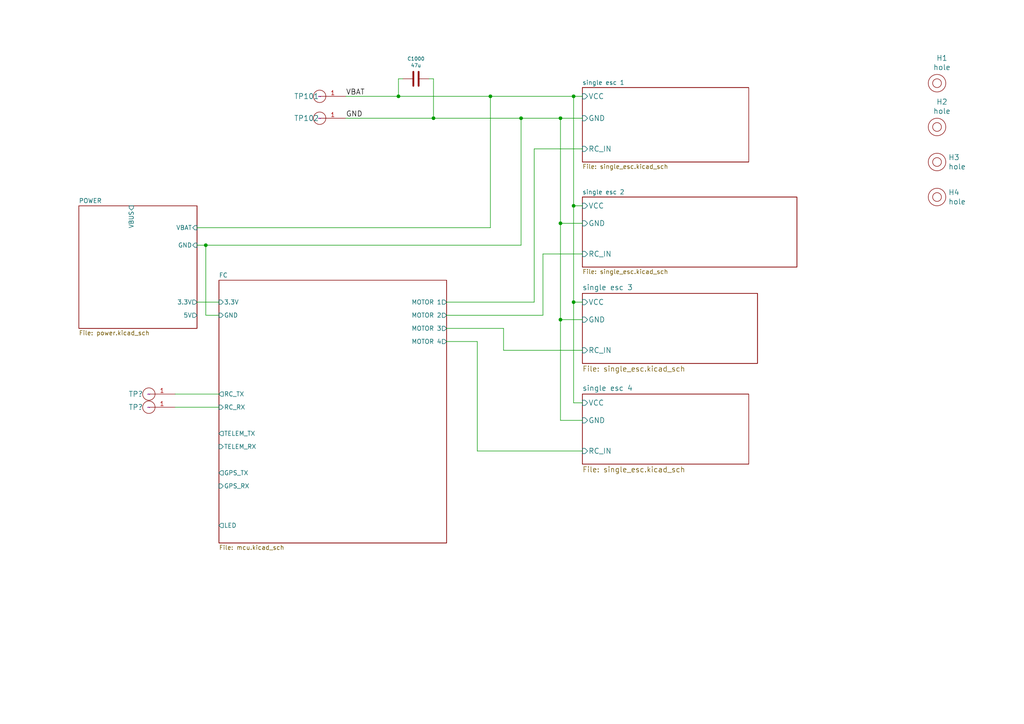
<source format=kicad_sch>
(kicad_sch (version 20211123) (generator eeschema)
  (paper "A4")
  (title_block (date "7 oct 2016"))
  (lib_symbols
    (symbol "custom:CUSTOM_C" (pin_numbers hide) (pin_names (offset 0.254))
      (property "Reference" "C" (at 0.635 2.54 0))
      (property "Value" "CUSTOM_C" (at 0.635 -2.54 0))
      (symbol "CUSTOM_C_0_1"
        (polyline (pts (xy -2.032 -0.762) (xy 2.032 -0.762)) (stroke (width 0.508)))
        (polyline (pts (xy -2.032 0.762) (xy 2.032 0.762)) (stroke (width 0.508)))
      )
      (symbol "CUSTOM_C_1_1"
        (pin passive line (at 0 3.81 270) (length 2.794) (name "~") (number "1"))
        (pin passive line (at 0 -3.81 90) (length 2.794) (name "~") (number "2"))
      )
    )
    (symbol "custom:TP" (pin_names (offset 1.016))
      (property "Value" "TP" (at 3.81 0 0))
      (symbol "TP_0_1"
        (circle (center 0 0) (radius 1.8034))
      )
      (symbol "TP_1_1"
        (pin bidirectional line (at -7.62 0 0) (length 7.62) (name "~") (number "1"))
      )
    )
    (symbol "custom:hole" (pin_names (offset 1.016))
      (property "Reference" "H" (at 0 6.35 0))
      (property "Value" "hole" (at 0 -6.35 0))
      (symbol "hole_0_1"
        (circle (center 0 0) (radius 1.27))
        (circle (center 0 0) (radius 2.54))
      )
    )
  )
  (junction (at 162.56 92.71))
  (junction (at 142.24 27.94))
  (junction (at 166.37 59.69))
  (junction (at 151.13 34.29))
  (junction (at 162.56 64.77))
  (junction (at 166.37 87.63))
  (junction (at 166.37 27.94))
  (junction (at 115.57 27.94))
  (junction (at 162.56 34.29))
  (junction (at 59.69 71.12))
  (junction (at 125.73 34.29))
  (wire (pts (xy 57.15 71.12) (xy 59.69 71.12)))
  (wire (pts (xy 142.24 66.04) (xy 142.24 27.94)))
  (wire (pts (xy 142.24 27.94) (xy 166.37 27.94)))
  (wire (pts (xy 63.5 91.44) (xy 59.69 91.44)))
  (wire (pts (xy 166.37 59.69) (xy 168.91 59.69)))
  (wire (pts (xy 115.57 22.86) (xy 116.84 22.86)))
  (wire (pts (xy 162.56 92.71) (xy 162.56 121.92)))
  (wire (pts (xy 166.37 116.84) (xy 168.91 116.84)))
  (wire (pts (xy 115.57 27.94) (xy 142.24 27.94)))
  (wire (pts (xy 146.05 95.25) (xy 129.54 95.25)))
  (wire (pts (xy 125.73 34.29) (xy 151.13 34.29)))
  (wire (pts (xy 50.8 114.3) (xy 63.5 114.3)))
  (wire (pts (xy 168.91 43.18) (xy 154.94 43.18)))
  (wire (pts (xy 162.56 64.77) (xy 162.56 92.71)))
  (wire (pts (xy 138.43 130.81) (xy 138.43 99.06)))
  (wire (pts (xy 115.57 22.86) (xy 115.57 27.94)))
  (wire (pts (xy 166.37 87.63) (xy 168.91 87.63)))
  (wire (pts (xy 125.73 22.86) (xy 125.73 34.29)))
  (wire (pts (xy 162.56 34.29) (xy 168.91 34.29)))
  (wire (pts (xy 151.13 34.29) (xy 151.13 71.12)))
  (wire (pts (xy 50.8 118.11) (xy 63.5 118.11)))
  (wire (pts (xy 168.91 130.81) (xy 138.43 130.81)))
  (wire (pts (xy 166.37 27.94) (xy 168.91 27.94)))
  (wire (pts (xy 146.05 101.6) (xy 146.05 95.25)))
  (wire (pts (xy 100.33 27.94) (xy 115.57 27.94)))
  (wire (pts (xy 138.43 99.06) (xy 129.54 99.06)))
  (wire (pts (xy 151.13 34.29) (xy 162.56 34.29)))
  (wire (pts (xy 168.91 92.71) (xy 162.56 92.71)))
  (wire (pts (xy 157.48 91.44) (xy 129.54 91.44)))
  (wire (pts (xy 100.33 34.29) (xy 125.73 34.29)))
  (wire (pts (xy 57.15 87.63) (xy 63.5 87.63)))
  (wire (pts (xy 154.94 87.63) (xy 129.54 87.63)))
  (wire (pts (xy 162.56 64.77) (xy 168.91 64.77)))
  (wire (pts (xy 124.46 22.86) (xy 125.73 22.86)))
  (wire (pts (xy 59.69 71.12) (xy 151.13 71.12)))
  (wire (pts (xy 168.91 101.6) (xy 146.05 101.6)))
  (wire (pts (xy 154.94 43.18) (xy 154.94 87.63)))
  (wire (pts (xy 157.48 73.66) (xy 157.48 91.44)))
  (wire (pts (xy 59.69 91.44) (xy 59.69 71.12)))
  (wire (pts (xy 57.15 66.04) (xy 142.24 66.04)))
  (wire (pts (xy 162.56 121.92) (xy 168.91 121.92)))
  (wire (pts (xy 166.37 87.63) (xy 166.37 116.84)))
  (wire (pts (xy 166.37 27.94) (xy 166.37 59.69)))
  (wire (pts (xy 168.91 73.66) (xy 157.48 73.66)))
  (wire (pts (xy 162.56 34.29) (xy 162.56 64.77)))
  (wire (pts (xy 166.37 59.69) (xy 166.37 87.63)))
  (label "GND" (at 100.33 34.29 0) (effects (font (size 1.524 1.524))))
  (label "VBAT" (at 100.33 27.94 0) (effects (font (size 1.524 1.524))))
  (symbol (lib_id "custom:TP") (at 92.71 27.94 180) (unit 1)
    (property "Reference" "TP101" (at 88.9 27.94 0) (effects (font (size 1.524 1.524))))
    (property "Value" "TP" (effects hide))
    (property "Footprint" "custom:TP_powerpad" (effects hide))
    (property "Datasheet" "~" (at 92.71 27.94 0) (effects (font (size 1.524 1.524))))
  )
  (symbol (lib_id "custom:TP") (at 92.71 34.29 180) (unit 1)
    (property "Reference" "TP102" (at 88.9 34.29 0) (effects (font (size 1.524 1.524))))
    (property "Value" "TP" (effects hide))
    (property "Footprint" "custom:TP_powerpad" (effects hide))
    (property "Datasheet" "~" (at 92.71 34.29 0) (effects (font (size 1.524 1.524))))
  )
  (symbol (lib_id "custom:CUSTOM_C") (at 120.65 22.86 270) (unit 1)
    (property "Reference" "C1000" (at 120.65 17.0434 90) (effects (font (size 1.016 1.016))))
    (property "Value" "47u" (at 120.65 18.9738 90) (effects (font (size 1.016 1.016))))
    (property "Footprint" "Capacitors_SMD:C_0805" (effects hide))
  )
  (symbol (lib_id "custom:hole") (at 271.78 24.13 0) (unit 1)
    (property "Reference" "H1" (at 273.2024 16.8402 0) (effects (font (size 1.524 1.524))))
    (property "Value" "hole" (at 273.2024 19.5326 0) (effects (font (size 1.524 1.524))))
    (property "Footprint" "custom:mouting_hole" (effects hide))
  )
  (symbol (lib_id "custom:hole") (at 271.78 36.83 0) (unit 1)
    (property "Reference" "H2" (at 273.2024 29.5402 0) (effects (font (size 1.524 1.524))))
    (property "Value" "hole" (at 273.2024 32.2326 0) (effects (font (size 1.524 1.524))))
    (property "Footprint" "custom:mouting_hole" (effects hide))
  )
  (symbol (lib_id "custom:hole") (at 271.78 46.99 180) (unit 1)
    (property "Reference" "H3" (at 275.0312 45.6438 0) (effects (font (size 1.524 1.524)) (justify right)))
    (property "Value" "hole" (at 275.0312 48.3362 0) (effects (font (size 1.524 1.524)) (justify right)))
    (property "Footprint" "custom:mouting_hole" (effects hide))
  )
  (symbol (lib_id "custom:hole") (at 271.78 57.15 180) (unit 1)
    (property "Reference" "H4" (at 275.0312 55.8038 0) (effects (font (size 1.524 1.524)) (justify right)))
    (property "Value" "hole" (at 275.0312 58.4962 0) (effects (font (size 1.524 1.524)) (justify right)))
    (property "Footprint" "custom:mouting_hole" (effects hide))
  )
  (symbol (lib_id "custom:TP") (at 43.18 114.3 180) (unit 1)
    (property "Reference" "TP?" (at 39.37 114.3 0) (effects (font (size 1.524 1.524))))
    (property "Value" "TP" (effects hide))
    (property "Footprint" "custom:TP_powerpad" (effects hide))
    (property "Datasheet" "~" (at 43.18 114.3 0) (effects (font (size 1.524 1.524))))
  )
  (symbol (lib_id "custom:TP") (at 43.18 118.11 180) (unit 1)
    (property "Reference" "TP?" (at 39.37 118.11 0) (effects (font (size 1.524 1.524))))
    (property "Value" "TP" (effects hide))
    (property "Footprint" "custom:TP_powerpad" (effects hide))
    (property "Datasheet" "~" (at 43.18 118.11 0) (effects (font (size 1.524 1.524))))
  )
  (sheet (at 168.91 25.4) (size 48.26 21.59)
    (property "Sheet name" "single esc 1" (at 168.91 24.6884 0) (effects (justify left bottom)))
    (property "Sheet file" "single_esc.kicad_sch" (at 168.91 47.5746 0) (effects (justify left top)))
    (pin "RC_IN" input (at 168.91 43.18 180) (effects (font (size 1.524 1.524))))
    (pin "VCC" input (at 168.91 27.94 180) (effects (font (size 1.524 1.524))))
    (pin "GND" input (at 168.91 34.29 180) (effects (font (size 1.524 1.524))))
  )
  (sheet (at 168.91 57.15) (size 62.23 20.32)
    (property "Sheet name" "single esc 2" (at 168.91 56.4384 0) (effects (justify left bottom)))
    (property "Sheet file" "single_esc.kicad_sch" (at 168.91 78.0546 0) (effects (justify left top)))
    (pin "RC_IN" input (at 168.91 73.66 180) (effects (font (size 1.524 1.524))))
    (pin "VCC" input (at 168.91 59.69 180) (effects (font (size 1.524 1.524))))
    (pin "GND" input (at 168.91 64.77 180) (effects (font (size 1.524 1.524))))
  )
  (sheet (at 168.91 85.09) (size 50.8 20.32)
    (property "Sheet name" "single esc 3" (at 168.91 84.2514 0) (effects (font (size 1.524 1.524)) (justify left bottom)))
    (property "Sheet file" "single_esc.kicad_sch" (at 168.91 106.0962 0) (effects (font (size 1.524 1.524)) (justify left top)))
    (pin "RC_IN" input (at 168.91 101.6 180) (effects (font (size 1.524 1.524))))
    (pin "VCC" input (at 168.91 87.63 180) (effects (font (size 1.524 1.524))))
    (pin "GND" input (at 168.91 92.71 180) (effects (font (size 1.524 1.524))))
  )
  (sheet (at 168.91 114.3) (size 48.26 20.32)
    (property "Sheet name" "single esc 4" (at 168.91 113.4614 0) (effects (font (size 1.524 1.524)) (justify left bottom)))
    (property "Sheet file" "single_esc.kicad_sch" (at 168.91 135.3062 0) (effects (font (size 1.524 1.524)) (justify left top)))
    (pin "RC_IN" input (at 168.91 130.81 180) (effects (font (size 1.524 1.524))))
    (pin "VCC" input (at 168.91 116.84 180) (effects (font (size 1.524 1.524))))
    (pin "GND" input (at 168.91 121.92 180) (effects (font (size 1.524 1.524))))
  )
  (sheet (at 22.86 59.69) (size 34.29 35.56) (stroke (width 0.1524))
    (property "Sheet name" "POWER" (at 22.86 58.9784 0) (effects (justify left bottom)))
    (property "Sheet file" "power.kicad_sch" (at 22.86 95.8346 0) (effects (justify left top)))
    (pin "VBAT" input (at 57.15 66.04 0))
    (pin "3.3V" output (at 57.15 87.63 0))
    (pin "5V" output (at 57.15 91.44 0))
    (pin "GND" input (at 57.15 71.12 0))
    (pin "VBUS" input (at 38.1 59.69 90))
  )
  (sheet (at 63.5 81.28) (size 66.04 76.2) (stroke (width 0.1524))
    (property "Sheet name" "FC" (at 63.5 80.5684 0) (effects (justify left bottom)))
    (property "Sheet file" "mcu.kicad_sch" (at 63.5 158.0646 0) (effects (justify left top)))
    (pin "3.3V" input (at 63.5 87.63 180))
    (pin "MOTOR 4" output (at 129.54 99.06 0))
    (pin "MOTOR 2" output (at 129.54 91.44 0))
    (pin "MOTOR 3" output (at 129.54 95.25 0))
    (pin "MOTOR 1" output (at 129.54 87.63 0))
    (pin "RC_TX" output (at 63.5 114.3 180))
    (pin "RC_RX" input (at 63.5 118.11 180))
    (pin "TELEM_TX" output (at 63.5 125.73 180))
    (pin "TELEM_RX" input (at 63.5 129.54 180))
    (pin "GPS_TX" output (at 63.5 137.16 180))
    (pin "GPS_RX" input (at 63.5 140.97 180))
    (pin "GND" input (at 63.5 91.44 180))
    (pin "LED" output (at 63.5 152.4 180))
  )
)
</source>
